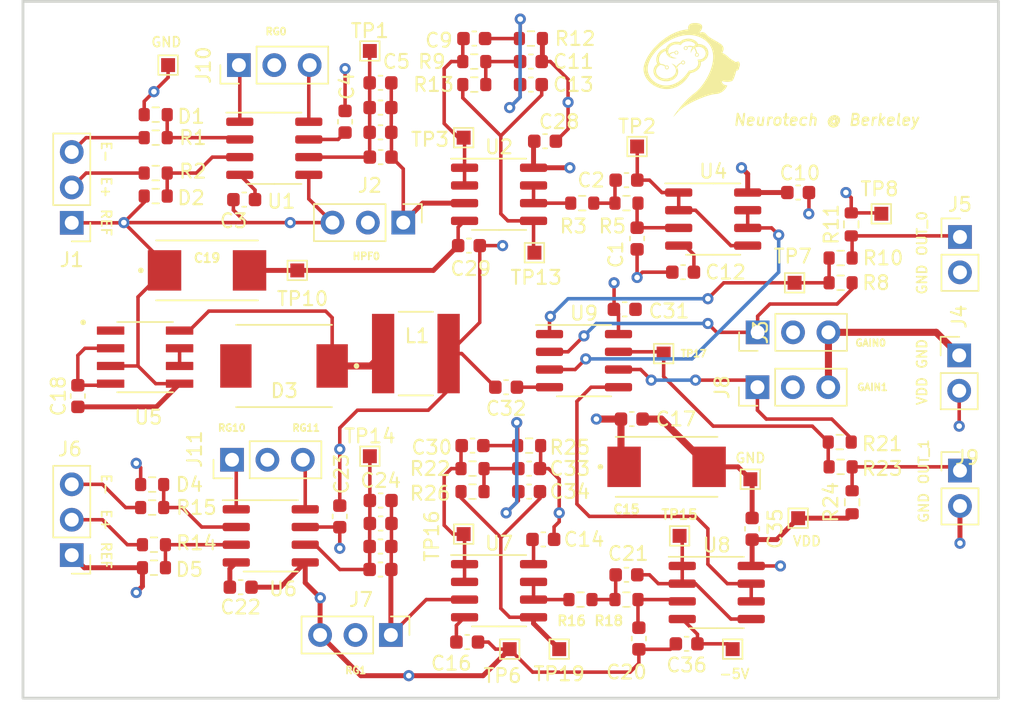
<source format=kicad_pcb>
(kicad_pcb (version 20211014) (generator pcbnew)
  (layers (0 "F.Cu" signal) (1 "In1.Cu" signal "GND") (2 "In2.Cu" signal "VDD") (31 "B.Cu" signal) (34 "B.Paste" user) (35 "F.Paste" user) (36 "B.SilkS" user "B.Silkscreen") (37 "F.SilkS" user "F.Silkscreen") (38 "B.Mask" user) (39 "F.Mask" user) (44 "Edge.Cuts" user))
  (net 0 "")
  (net 1 "GND")
  (net 2 "/LPF_IN+_CH0")
  (net 3 "Net-(C2-Pad1)")
  (net 4 "/LPF_IN-_CH0")
  (net 5 "VDD_NEG_5V")
  (net 6 "VDD")
  (net 7 "/IA_OUT_CH0")
  (net 8 "/HPF_OUT_CH0")
  (net 9 "/NOTCH_IN_CH0")
  (net 10 "Net-(C13-Pad1)")
  (net 11 "Net-(C11-Pad2)")
  (net 12 "NOTCH_OUT_CH0")
  (net 13 "/FB{slash}REF")
  (net 14 "/LPF_IN+_CH1")
  (net 15 "Net-(C21-Pad1)")
  (net 16 "/LPF_IN-_CH1")
  (net 17 "/IA_OUT_CH1")
  (net 18 "/HPF_OUT_CH1")
  (net 19 "/NOTCH_IN_CH1")
  (net 20 "Net-(C30-Pad2)")
  (net 21 "Net-(C33-Pad2)")
  (net 22 "NOTCH_OUT_CH1")
  (net 23 "/IA_IN-_CH0")
  (net 24 "/IA_IN+_CH0")
  (net 25 "/IA_IN-_CH1")
  (net 26 "/IA_IN+_CH1")
  (net 27 "E1_CH0")
  (net 28 "E2_CH0")
  (net 30 "/AMP_IN-_CH0")
  (net 32 "/AOUT_CH0")
  (net 33 "E1_CH1")
  (net 34 "E2_CH1")
  (net 36 "/AMP_IN-_CH1")
  (net 38 "/AOUT_CH1")
  (net 39 "RG00")
  (net 41 "RG01")
  (net 42 "RG10")
  (net 44 "RG11")
  (net 45 "/LX")
  (net 46 "/BUFF0_OUT")
  (net 47 "/AMP_OUT_CH0")
  (net 48 "/BUFF1_OUT")
  (net 49 "/AMP_OUT_CH1")
  (net 50 "/AMP_IN+_CH0")
  (net 51 "/AMP_IN+_CH1")
  (footprint "Capacitor_SMD:C_0603_1608Metric" (layer "F.Cu") (at 15.875 14.224)
    (fp_text reference "C3")
    (fp_text value "0.1uF")
  )
  (footprint "Capacitor_SMD:C_0603_1608Metric" (layer "F.Cu") (at 52.324 37.846 -90)
    (fp_text reference "C35")
    (fp_text value "0.1uF")
  )
  (footprint "Capacitor_SMD:C_0603_1608Metric" (layer "F.Cu") (at 32.258 31.877)
    (fp_text reference "C30")
    (fp_text value "1uF")
  )
  (footprint "Resistor_SMD:R_0603_1608Metric" (layer "F.Cu") (at 40.005 42.926)
    (fp_text reference "R16")
    (fp_text value "320R")
  )
  (footprint "Connector_PinHeader_2.54mm:PinHeader_1x03_P2.54mm_Vertical" (layer "F.Cu") (at 26.401 45.466 -90)
    (fp_text reference "J7")
    (fp_text value "HPF1")
  )
  (footprint "Connector_PinHeader_2.54mm:PinHeader_1x02_P2.54mm_Vertical" (layer "F.Cu") (at 67.239 33.669)
    (fp_text reference "J9")
    (fp_text value "OUT1")
  )
  (footprint "Capacitor_SMD:C_0603_1608Metric" (layer "F.Cu") (at 34.671 27.686)
    (fp_text reference "C32")
    (fp_text value "0.1uF")
  )
  (footprint "LOGO" (layer "F.Cu") (at 48.006 4.953)
    (fp_text reference "G***" hide)
    (fp_text value "LOGO" hide)
  )
  (footprint "Resistor_SMD:R_0603_1608Metric" (layer "F.Cu") (at 43.307 14.478)
    (fp_text reference "R5")
    (fp_text value "320R")
  )
  (footprint "Capacitor_SMD:C_0603_1608Metric" (layer "F.Cu") (at 55.626 13.716 180)
    (fp_text reference "C10")
    (fp_text value "0.1uF")
  )
  (footprint "Capacitor_SMD:C_0603_1608Metric" (layer "F.Cu") (at 25.654 7.62)
    (fp_text reference "C6" hide)
    (fp_text value "10uF")
  )
  (footprint "Resistor_SMD:R_0603_1608Metric" (layer "F.Cu") (at 32.385 5.969)
    (fp_text reference "R13")
    (fp_text value "2k7")
  )
  (footprint "MAX764ESA_:SOIC127P600X175-8N" (layer "F.Cu") (at 8.763 25.527)
    (fp_text reference "U5")
    (fp_text value "MAX764ESA+")
  )
  (footprint "20TQC100MYF:CAP_20TQC100MYF" (layer "F.Cu") (at 46.1865 33.401)
    (fp_text reference "C15")
    (fp_text value "100uF")
  )
  (footprint "TestPoint:TestPoint_Pad_1.0x1.0mm" (layer "F.Cu") (at 34.925 46.482)
    (fp_text reference "TP6")
    (fp_text value "TestPoint")
  )
  (footprint "Resistor_SMD:R_0603_1608Metric" (layer "F.Cu") (at 9.525 12.319)
    (fp_text reference "R2")
    (fp_text value "220k")
  )
  (footprint "TestPoint:TestPoint_Pad_1.0x1.0mm" (layer "F.Cu") (at 10.414 4.572)
    (fp_text reference "TP4" hide)
    (fp_text value "TestPoint")
  )
  (footprint "Capacitor_SMD:C_0603_1608Metric" (layer "F.Cu") (at 47.371 19.431)
    (fp_text reference "C12")
    (fp_text value "0.1uF")
  )
  (footprint "20TQC100MYF:CAP_20TQC100MYF" (layer "F.Cu") (at 13.208 19.304)
    (fp_text reference "C19")
    (fp_text value "68uF")
  )
  (footprint "Resistor_SMD:R_0603_1608Metric" (layer "F.Cu") (at 9.525 9.779)
    (fp_text reference "R1")
    (fp_text value "220k")
  )
  (footprint "TestPoint:TestPoint_Pad_1.0x1.0mm" (layer "F.Cu") (at 50.927 46.482)
    (fp_text reference "TP11" hide)
    (fp_text value "TestPoint")
  )
  (footprint "Capacitor_SMD:C_0603_1608Metric" (layer "F.Cu") (at 36.322 35.179)
    (fp_text reference "C34")
    (fp_text value "1uF")
  )
  (footprint "Capacitor_SMD:C_0603_1608Metric" (layer "F.Cu") (at 25.654 5.842)
    (fp_text reference "C5")
    (fp_text value "10uF")
  )
  (footprint "Capacitor_SMD:C_0603_1608Metric" (layer "F.Cu") (at 3.937 28.321 -90)
    (fp_text reference "C18")
    (fp_text value "0.1uF")
  )
  (footprint "Resistor_SMD:R_0603_1608Metric" (layer "F.Cu") (at 36.322 31.877)
    (fp_text reference "R25")
    (fp_text value "1k3")
  )
  (footprint "Resistor_SMD:R_0603_1608Metric" (layer "F.Cu") (at 9.398 40.64)
    (fp_text reference "D5")
    (fp_text value "D5V0")
  )
  (footprint "Resistor_SMD:R_0603_1608Metric" (layer "F.Cu") (at 58.674 18.415 180)
    (fp_text reference "R10")
    (fp_text value "1k")
  )
  (footprint "MountingHole:MountingHole_2.2mm_M2" (layer "F.Cu") (at 3.5 46.5)
    (fp_text reference "H2" hide)
    (fp_text value "MountingHole")
  )
  (footprint "Connector_PinHeader_2.54mm:PinHeader_1x03_P2.54mm_Vertical" (layer "F.Cu") (at 52.72 23.749 90)
    (fp_text reference "J3")
    (fp_text value "G0")
  )
  (footprint "TestPoint:TestPoint_Pad_1.0x1.0mm" (layer "F.Cu") (at 31.623 38.227)
    (fp_text reference "TP16")
    (fp_text value "TestPoint")
  )
  (footprint "Resistor_SMD:R_0603_1608Metric" (layer "F.Cu") (at 9.271 34.671)
    (fp_text reference "D4")
    (fp_text value "D5V0")
  )
  (footprint "Connector_PinHeader_2.54mm:PinHeader_1x03_P2.54mm_Vertical" (layer "F.Cu") (at 15.494 4.572 90)
    (fp_text reference "J10")
    (fp_text value "RG0")
  )
  (footprint "TestPoint:TestPoint_Pad_1.0x1.0mm" (layer "F.Cu") (at 36.703 18.034)
    (fp_text reference "TP13")
    (fp_text value "TestPoint")
  )
  (footprint "Capacitor_SMD:C_0603_1608Metric" (layer "F.Cu") (at 25.654 9.398)
    (fp_text reference "C7" hide)
    (fp_text value "10uF")
  )
  (footprint "Package_SO:SOIC-8_3.9x4.9mm_P1.27mm" (layer "F.Cu") (at 40.259 25.781)
    (fp_text reference "U9")
    (fp_text value "LMC6482")
  )
  (footprint "TestPoint:TestPoint_Pad_1.0x1.0mm" (layer "F.Cu") (at 47.117 38.354)
    (fp_text reference "TP15")
    (fp_text value "TestPoint")
  )
  (footprint "TestPoint:TestPoint_Pad_1.0x1.0mm" (layer "F.Cu") (at 55.626 37.084)
    (fp_text reference "TP9" hide)
    (fp_text value "TestPoint")
  )
  (footprint "Capacitor_SMD:C_0603_1608Metric" (layer "F.Cu") (at 36.449 5.969)
    (fp_text reference "C13")
    (fp_text value "1uF")
  )
  (footprint "Capacitor_SMD:C_0603_1608Metric" (layer "F.Cu") (at 23.114 8.636 -90)
    (fp_text reference "C4")
    (fp_text value "0.1uF")
  )
  (footprint "Capacitor_SMD:C_0603_1608Metric" (layer "F.Cu") (at 22.733 36.957 -90)
    (fp_text reference "C23")
    (fp_text value "0.1uF")
  )
  (footprint "TestPoint:TestPoint_Pad_1.0x1.0mm" (layer "F.Cu") (at 52.197 34.29)
    (fp_text reference "TP5" hide)
    (fp_text value "TestPoint")
  )
  (footprint "Resistor_SMD:R_0603_1608Metric" (layer "F.Cu") (at 32.385 4.318 180)
    (fp_text reference "R9")
    (fp_text value "2k7")
  )
  (footprint "Package_SO:SOIC-8_3.9x4.9mm_P1.27mm" (layer "F.Cu") (at 49.53 15.621)
    (fp_text reference "U4")
    (fp_text value "LMC6482")
  )
  (footprint "NRS6028T470M:IND_NRS6028T470M" (layer "F.Cu") (at 28.194 25.273)
    (fp_text reference "L1")
    (fp_text value "47uH")
  )
  (footprint "Capacitor_SMD:C_0603_1608Metric" (layer "F.Cu") (at 25.667 35.814)
    (fp_text reference "C24")
    (fp_text value "10uF")
  )
  (footprint "Capacitor_SMD:C_0603_1608Metric" (layer "F.Cu") (at 25.667 11.176)
    (fp_text reference "C8" hide)
    (fp_text value "10uF")
  )
  (footprint "Capacitor_SMD:C_0603_1608Metric" (layer "F.Cu") (at 44.069 17.018 90)
    (fp_text reference "C1")
    (fp_text value "10uF")
  )
  (footprint "Resistor_SMD:R_0603_1608Metric" (layer "F.Cu") (at 40.132 14.478)
    (fp_text reference "R3")
    (fp_text value "320R")
  )
  (footprint "Capacitor_SMD:C_0603_1608Metric" (layer "F.Cu") (at 15.621 42.037 180)
    (fp_text reference "C22")
    (fp_text value "0.1uF")
  )
  (footprint "Capacitor_SMD:C_0603_1608Metric" (layer "F.Cu") (at 32.385 2.667)
    (fp_text reference "C9")
    (fp_text value "1uF")
  )
  (footprint "Capacitor_SMD:C_0603_1608Metric" (layer "F.Cu") (at 36.322 33.528 180)
    (fp_text reference "C33")
    (fp_text value "2uF")
  )
  (footprint "Resistor_SMD:R_0603_1608Metric" (layer "F.Cu") (at 9.398 38.989)
    (fp_text reference "R14")
    (fp_text value "220k")
  )
  (footprint "TestPoint:TestPoint_Pad_1.0x1.0mm" (layer "F.Cu") (at 44.069 10.414)
    (fp_text reference "TP2")
    (fp_text value "TestPoint")
  )
  (footprint "Package_SO:SOIC-8_3.9x4.9mm_P1.27mm" (layer "F.Cu") (at 17.78 38.354)
    (fp_text reference "U6")
    (fp_text value "AD620")
  )
  (footprint "Resistor_SMD:R_0603_1608Metric" (layer "F.Cu") (at 9.525 13.97)
    (fp_text reference "D2")
    (fp_text value "D5V0")
  )
  (footprint "Resistor_SMD:R_0603_1608Metric" (layer "F.Cu") (at 59.499 35.941 -90)
    (fp_text reference "R24")
    (fp_text value "1k")
  )
  (footprint "Package_SO:SOIC-8_3.9x4.9mm_P1.27mm" (layer "F.Cu") (at 34.163 42.291)
    (fp_text reference "U7")
    (fp_text value "LMC6482")
  )
  (footprint "Package_SO:SOIC-8_3.9x4.9mm_P1.27mm" (layer "F.Cu") (at 49.784 42.418)
    (fp_text reference "U8")
    (fp_text value "LMC6482")
  )
  (footprint "MountingHole:MountingHole_2.2mm_M2" (layer "F.Cu") (at 3.5 3.5)
    (fp_text reference "H1" hide)
    (fp_text value "MountingHole")
  )
  (footprint "Connector_PinHeader_2.54mm:PinHeader_1x03_P2.54mm_Vertical" (layer "F.Cu") (at 3.5 39.736 180)
    (fp_text reference "J6")
    (fp_text value "INPUT1")
  )
  (footprint "Connector_PinHeader_2.54mm:PinHeader_1x03_P2.54mm_Vertical" (layer "F.Cu") (at 15.001 32.893 90)
    (fp_text reference "J11")
    (fp_text value "RG1")
  )
  (footprint "Capacitor_SMD:C_0603_1608Metric" (layer "F.Cu") (at 36.449 4.318 180)
    (fp_text reference "C11")
    (fp_text value "2uF")
  )
  (footprint "Connector_PinHeader_2.54mm:PinHeader_1x03_P2.54mm_Vertical" (layer "F.Cu") (at 27.29 15.875 -90)
    (fp_text reference "J2")
    (fp_text value "HPF0")
  )
  (footprint "Capacitor_SMD:C_0603_1608Metric" (layer "F.Cu") (at 43.688 29.972)
    (fp_text reference "C17")
    (fp_text value "0.1uF")
  )
  (footprint "Capacitor_SMD:C_0603_1608Metric" (layer "F.Cu") (at 31.877 45.974 180)
    (fp_text reference "C16")
    (fp_text value "0.1uF")
  )
  (footprint "Package_SO:SOIC-8_3.9x4.9mm_P1.27mm" (layer "F.Cu") (at 34.163 13.843)
    (fp_text reference "U2")
    (fp_text value "LMC6482")
  )
  (footprint "TestPoint:TestPoint_Pad_1.0x1.0mm" (layer "F.Cu") (at 38.481 46.482)
    (fp_text reference "TP19")
    (fp_text value "TestPoint")
  )
  (footprint "Resistor_SMD:R_0603_1608Metric" (layer "F.Cu") (at 32.258 33.528 180)
    (fp_text reference "R22")
    (fp_text value "2k7")
  )
  (footprint "MBRS330T3G:DIOM7959X261N" (layer "F.Cu") (at 18.733 26.162 180)
    (fp_text reference "D3")
    (fp_text value "MBRS330T3G")
  )
  (footprint "Connector_PinHeader_2.54mm:PinHeader_1x03_P2.54mm_Vertical" (layer "F.Cu") (at 52.705 27.686 90)
    (fp_text reference "J8")
    (fp_text value "G1")
  )
  (footprint "TestPoint:TestPoint_Pad_1.0x1.0mm" (layer "F.Cu") (at 31.623 9.779)
    (fp_text reference "TP3")
    (fp_text value "TestPoint")
  )
  (footprint "TestPoint:TestPoint_Pad_1.0x1.0mm" (layer "F.Cu") (at 55.372 20.193)
    (fp_text reference "TP7")
    (fp_text value "TestPoint")
  )
  (footprint "Resistor_SMD:R_0603_1608Metric" (layer "F.Cu") (at 43.307 42.926)
    (fp_text reference "R18")
    (fp_text value "320R")
  )
  (footprint "TestPoint:TestPoint_Pad_1.0x1.0mm" (layer "F.Cu") (at 61.595 15.24)
    (fp_text reference "TP8")
    (fp_text value "TestPoint")
  )
  (footprint "TestPoint:TestPoint_Pad_1.0x1.0mm" (layer "F.Cu") (at 19.685 19.304)
    (fp_text reference "TP10")
    (fp_text value "TestPoint")
  )
  (footprint "Resistor_SMD:R_0603_1608Metric" (layer "F.Cu") (at 32.258 35.179)
    (fp_text reference "R26")
    (fp_text value "2k7")
  )
  (footprint "TestPoint:TestPoint_Pad_1.0x1.0mm" (layer "F.Cu") (at 24.892 3.556)
    (fp_text reference "TP1")
    (fp_text value "TestPoint")
  )
  (footprint "Resistor_SMD:R_0603_1608Metric" (layer "F.Cu") (at 58.61 31.623)
    (fp_text reference "R21")
    (fp_text value "100k")
  )
  (footprint "Resistor_SMD:R_0603_1608Metric" (layer "F.Cu") (at 58.674 33.401 180)
    (fp_text reference "R23")
    (fp_text value "1k")
  )
  (footprint "Capacitor_SMD:C_0603_1608Metric" (layer "F.Cu") (at 25.654 39.116)
    (fp_text reference "C26" hide)
    (fp_text value "10uF")
  )
  (footprint "Capacitor_SMD:C_0603_1608Metric" (layer "F.Cu") (at 43.307 41.148)
    (fp_text reference "C21")
    (fp_text value "10uF")
  )
  (footprint "Capacitor_SMD:C_0603_1608Metric" (layer "F.Cu") (at 25.654 40.767)
    (fp_text reference "C27" hide)
    (fp_text value "10uF")
  )
  (footprint "Capacitor_SMD:C_0603_1608Metric" (layer "F.Cu") (at 43.307 12.827)
    (fp_text reference "C2")
    (fp_text value "10uF")
  )
  (footprint "Connector_PinHeader_2.54mm:PinHeader_1x02_P2.54mm_Vertical" (layer "F.Cu") (at 67.183 25.4)
    (fp_text reference "J4")
    (fp_text value "Conn_01x02")
  )
  (footprint "Capacitor_SMD:C_0603_1608Metric" (layer "F.Cu") (at 43.18 22.098 180)
    (fp_text reference "C31")
    (fp_text value "0.1uF")
  )
  (footprint "TestPoint:TestPoint_Pad_1.0x1.0mm" (layer "F.Cu") (at 45.974 25.273)
    (fp_text reference "TP17")
    (fp_text value "TestPoint")
  )
  (footprint "Capacitor_SMD:C_0603_1608Metric" (layer "F.Cu") (at 37.465 10.033 180)
    (fp_text reference "C28")
    (fp_text value "0.1uF")
  )
  (footprint "Capacitor_SMD:C_0603_1608Metric" (layer "F.Cu") (at 37.338 38.608 180)
    (fp_text reference "C14")
    (fp_text value "0.1uF")
  )
  (footprint "Connector_PinHeader_2.54mm:PinHeader_1x03_P2.54mm_Vertical" (layer "F.Cu") (at 3.5 15.89 180)
    (fp_text reference "J1")
    (fp_text value "INPUT0")
  )
  (footprint "Capacitor_SMD:C_0603_1608Metric" (layer "F.Cu") (at 25.667 37.465)
    (fp_text reference "C25" hide)
    (fp_text value "10uF")
  )
  (footprint "MountingHole:MountingHole_2.2mm_M2" (layer "F.Cu") (at 66.5 3.5)
    (fp_text reference "H4" hide)
    (fp_text value "MountingHole")
  )
  (footprint "Connector_PinHeader_2.54mm:PinHeader_1x02_P2.54mm_Vertical" (layer "F.Cu") (at 67.239 16.905)
    (fp_text reference "J5")
    (fp_text value "OUT0")
  )
  (footprint "Resistor_SMD:R_0603_1608Metric" (layer "F.Cu") (at 36.449 2.667)
    (fp_text reference "R12")
    (fp_text value "1k3")
  )
  (footprint "Resistor_SMD:R_0603_1608Metric" (layer "F.Cu") (at 9.271 36.322)
    (fp_text reference "R15")
    (fp_text value "220k")
  )
  (footprint "Capacitor_SMD:C_0603_1608Metric" (layer "F.Cu") (at 47.625 46.101)
    (fp_text reference "C36")
    (fp_text value "0.1uF")
  )
  (footprint "Resistor_SMD:R_0603_1608Metric" (layer "F.Cu") (at 58.674 20.193)
    (fp_text reference "R8")
    (fp_text value "100k")
  )
  (footprint "Resistor_SMD:R_0603_1608Metric" (layer "F.Cu") (at 59.436 16.002 90)
    (fp_text reference "R11")
    (fp_text value "1k")
  )
  (footprint "TestPoint:TestPoint_Pad_1.0x1.0mm" (layer "F.Cu") (at 24.892 32.639)
    (fp_text reference "TP14")
    (fp_text value "TestPoint")
  )
  (footprint "Resistor_SMD:R_0603_1608Metric" (layer "F.Cu") (at 9.525 8.128)
    (fp_text reference "D1")
    (fp_text value "D5V0")
  )
  (footprint "Capacitor_SMD:C_0603_1608Metric" (layer "F.Cu") (at 32.004 17.526 180)
    (fp_text reference "C29")
    (fp_text value "0.1uF")
  )
  (footprint "Capacitor_SMD:C_0603_1608Metric" (layer "F.Cu") (at 44.196 45.72 90)
    (fp_text reference "C20")
    (fp_text value "10uF")
  )
  (footprint "Package_SO:SOIC-8_3.9x4.9mm_P1.27mm" (layer "F.Cu") (at 18.034 10.541)
    (fp_text reference "U1")
    (fp_text value "AD620")
  )
  (footprint "MountingHole:MountingHole_2.2mm_M2" (layer "F.Cu") (at 66.5 46.5)
    (fp_text reference "H3" hide)
    (fp_text value "MountingHole")
  )
  (gr_rect (start 0 0) (end 70 50) (layer "Edge.Cuts") (width 0.2) (fill none))
  (gr_text "GND" (at 64.516 19.958 90) (layer "F.SilkS") (effects (font (size 0.7 0.7) (thickness 0.125))))
  (gr_text "OUT_1" (at 64.643 33.039 90) (layer "F.SilkS") (effects (font (size 0.7 0.7) (thickness 0.125))))
  (gr_text "E-" (at 5.969 34.671 270) (layer "F.SilkS") (effects (font (size 0.7 0.7) (thickness 0.125))))
  (gr_text "REF" (at 5.969 39.751 270) (layer "F.SilkS") (effects (font (size 0.7 0.7) (thickness 0.125))))
  (gr_text "RG10" (at 14.986 30.607) (layer "F.SilkS") (effects (font (size 0.5 0.5) (thickness 0.125))))
  (gr_text "OUT_0" (at 64.516 16.656 90) (layer "F.SilkS") (effects (font (size 0.7 0.7) (thickness 0.125))))
  (gr_text "GND" (at 52.197 32.766) (layer "F.SilkS") (effects (font (size 0.7 0.7) (thickness 0.125))))
  (gr_text "VDD" (at 64.516 27.959 90) (layer "F.SilkS") (effects (font (size 0.7 0.7) (thickness 0.125))))
  (gr_text "Neurotech @ Berkeley" (at 57.658 8.509) (layer "F.SilkS") (effects (font (size 0.8 0.8) (thickness 0.15) italic)))
  (gr_text "GND" (at 10.287 2.921) (layer "F.SilkS") (effects (font (size 0.7 0.7) (thickness 0.125))))
  (gr_text "HPF0" (at 24.638 18.288) (layer "F.SilkS") (effects (font (size 0.5 0.5) (thickness 0.125))))
  (gr_text "E+" (at 5.969 13.335 270) (layer "F.SilkS") (effects (font (size 0.7 0.7) (thickness 0.125))))
  (gr_text "RG1" (at 23.876 48.006) (layer "F.SilkS") (effects (font (size 0.5 0.5) (thickness 0.125))))
  (gr_text "RG0" (at 18.161 2.159) (layer "F.SilkS") (effects (font (size 0.5 0.5) (thickness 0.125))))
  (gr_text "REF" (at 5.969 15.875 270) (layer "F.SilkS") (effects (font (size 0.7 0.7) (thickness 0.125))))
  (gr_text "RG11" (at 20.32 30.607) (layer "F.SilkS") (effects (font (size 0.5 0.5) (thickness 0.125))))
  (gr_text "E-" (at 5.969 10.795 270) (layer "F.SilkS") (effects (font (size 0.7 0.7) (thickness 0.125))))
  (gr_text "E+" (at 5.969 37.211 270) (layer "F.SilkS") (effects (font (size 0.7 0.7) (thickness 0.125))))
  (gr_text "VDD" (at 56.261 38.735) (layer "F.SilkS") (effects (font (size 0.7 0.7) (thickness 0.125))))
  (gr_text "GND" (at 64.516 25.292 90) (layer "F.SilkS") (effects (font (size 0.7 0.7) (thickness 0.125))))
  (gr_text "GAIN0" (at 60.833 24.511) (layer "F.SilkS") (effects (font (size 0.5 0.5) (thickness 0.125))))
  (gr_text "GND" (at 64.643 36.341 90) (layer "F.SilkS") (effects (font (size 0.7 0.7) (thickness 0.125))))
  (gr_text "GAIN1\n" (at 60.96 27.686) (layer "F.SilkS") (effects (font (size 0.5 0.5) (thickness 0.125))))
  (gr_text "-5V" (at 51.054 48.26) (layer "F.SilkS") (effects (font (size 0.7 0.7) (thickness 0.125))))
  (segment (start 3.5 39.736) (end 4.404 40.64) (width 0.3556) (layer "F.Cu") (net 1))
  (segment (start 44.463 29.972) (end 45.8075 29.972) (width 0.508) (layer "F.Cu") (net 1))
  (segment (start 7.239 15.875) (end 16.002 15.875) (width 0.254) (layer "F.Cu") (net 1))
  (segment (start 20.509 14.174) (end 22.21 15.875) (width 0.254) (layer "F.Cu") (net 1))
  (segment (start 29.083 29.337) (end 24.003 29.337) (width 0.254) (layer "F.Cu") (net 1))
  (segment (start 38.481 37.338) (end 38.113 37.706) (width 0.254) (layer "F.Cu") (net 1))
  (segment (start 8.7 14.414) (end 7.239 15.875) (width 0.254) (layer "F.Cu") (net 1))
  (segment (start 57.8 27.671) (end 57.785 27.686) (width 0.508) (layer "F.Cu") (net 1))
  (segment (start 38.113 37.706) (end 38.113 38.608) (width 0.254) (layer "F.Cu") (net 1))
  (segment (start 8.573 41.973) (end 8.128 42.418) (width 0.3556) (layer "F.Cu") (net 1))
  (segment (start 16.002 15.875) (end 15.1 14.973) (width 0.254) (layer "F.Cu") (net 1))
  (segment (start 46.456 46.495) (end 46.85 46.101) (width 0.254) (layer "F.Cu") (net 1))
  (segment (start 37.147 31.877) (end 37.147 33.478) (width 0.254) (layer "F.Cu") (net 1))
  (segment (start 10.414 4.572) (end 10.414 5.461) (width 0.254) (layer "F.Cu") (net 1))
  (segment (start 9.398 6.477) (end 8.7 7.175) (width 0.254) (layer "F.Cu") (net 1))
  (segment (start 8.7 13.97) (end 8.7 14.414) (width 0.254) (layer "F.Cu") (net 1))
  (segment (start 8.255 26.162) (end 9.525 27.432) (width 0.25) (layer "F.Cu") (net 1))
  (segment (start 20.509 12.446) (end 20.509 14.174) (width 0.254) (layer "F.Cu") (net 1))
  (segment (start 57.8 23.749) (end 57.8 27.671) (width 0.508) (layer "F.Cu") (net 1))
  (segment (start 32.779 23.038) (end 30.544 25.273) (width 0.25) (layer "F.Cu") (net 1))
  (segment (start 44.196 47.498) (end 44.196 46.495) (width 0.254) (layer "F.Cu") (net 1))
  (segment (start 22.733 30.607) (end 22.733 32.131) (width 0.254) (layer "F.Cu") (net 1))
  (segment (start 57.8 23.749) (end 65.532 23.749) (width 0.508) (layer "F.Cu") (net 1))
  (segment (start 37.719 33.528) (end 37.097 33.528) (width 0.254) (layer "F.Cu") (net 1))
  (segment (start 67.239 36.209) (end 67.239 38.881) (width 0.3556) (layer "F.Cu") (net 1))
  (segment (start 39.116 9.157) (end 39.116 7.239) (width 0.254) (layer "F.Cu") (net 1))
  (segment (start 27.686 48.387) (end 33.02 48.387) (width 0.3556) (layer "F.Cu") (net 1))
  (segment (start 37.224 4.318) (end 37.846 4.318) (width 0.254) (layer "F.Cu") (net 1))
  (segment (start 43.561 48.133) (end 44.196 47.498) (width 0.254) (layer "F.Cu") (net 1))
  (segment (start 8.255 21.207) (end 8.255 26.162) (width 0.254) (layer "F.Cu") (net 1))
  (segment (start 36.576 48.133) (end 43.561 48.133) (width 0.254) (layer "F.Cu") (net 1))
  (segment (start 37.274 2.667) (end 37.274 4.268) (width 0.3556) (layer "F.Cu") (net 1))
  (segment (start 8.573 40.64) (end 8.573 41.973) (width 0.3556) (layer "F.Cu") (net 1))
  (segment (start 20.255 40.259) (end 20.255 41.718) (width 0.3556) (layer "F.Cu") (net 1))
  (segment (start 30.544 27.876) (end 29.083 29.337) (width 0.254) (layer "F.Cu") (net 1))
  (segment (start 24.242 48.387) (end 27.686 48.387) (width 0.3556) (layer "F.Cu") (net 1))
  (segment (start 46.596 19.431) (end 44.45 19.431) (width 0.254) (layer "F.Cu") (net 1))
  (segment (start 44.069 17.793) (end 44.069 19.812) (width 0.254) (layer "F.Cu") (net 1))
  (segment (start 44.069 19.939) (end 44.069 19.812) (width 0.254) (layer "F.Cu") (net 1))
  (segment (start 10.158 19.304) (end 8.255 21.207) (width 0.254) (layer "F.Cu") (net 1))
  (segment (start 39.116 5.588) (end 39.116 7.239) (width 0.254) (layer "F.Cu") (net 1))
  (segment (start 49.2365 33.401) (end 51.308 33.401) (width 0.3556) (layer "F.Cu") (net 1))
  (segment (start 44.196 46.495) (end 46.456 46.495) (width 0.254) (layer "F.Cu") (net 1))
  (segment (start 8.128 33.147) (end 8.446 33.465) (width 0.254) (layer "F.Cu") (net 1))
  (segment (start 38.481 36.703) (end 38.481 37.338) (width 0.254) (layer "F.Cu") (net 1))
  (segment (start 21.321 45.466) (end 24.242 48.387) (width 0.3556) (layer "F.Cu") (net 1))
  (segment (start 32.779 17.526) (end 34.417 17.526) (width 0.25) (layer "F.Cu") (net 1))
  (segment (start 24.003 29.337) (end 22.733 30.607) (width 0.254) (layer "F.Cu") (net 1))
  (segment (start 52.197 34.29) (end 52.324 34.417) (width 0.3556) (layer "F.Cu") (net 1))
  (segment (start 30.544 25.273) (end 31.483 25.273) (width 0.254) (layer "F.Cu") (net 1))
  (segment (start 32.652 45.974) (end 33.401 45.974) (width 0.254) (layer "F.Cu") (net 1))
  (segment (start 16.396 42.037) (end 18.477 42.037) (width 0.3556) (layer "F.Cu") (net 1))
  (segment (start 4.404 40.64) (end 8.573 40.64) (width 0.3556) (layer "F.Cu") (net 1))
  (segment (start 20.255 41.718) (end 21.336 42.799) (width 0.3556) (layer "F.Cu") (net 1))
  (segment (start 9.525 27.432) (end 11.238 27.432) (width 0.25) (layer "F.Cu") (net 1))
  (segment (start 45.8075 29.972) (end 49.2365 33.401) (width 0.508) (layer "F.Cu") (net 1))
  (segment (start 6.288 26.162) (end 8.255 26.162) (width 0.25) (layer "F.Cu") (net 1))
  (segment (start 33.909 46.482) (end 34.925 46.482) (width 0.254) (layer "F.Cu") (net 1))
  (segment (start 10.158 18.794) (end 7.239 15.875) (width 0.254) (layer "F.Cu") (net 1))
  (segment (start 44.45 19.431) (end 44.069 19.812) (width 0.254) (layer "F.Cu") (net 1))
  (segment (start 38.24 10.033) (end 39.116 9.157) (width 0.254) (layer "F.Cu") (net 1))
  (segment (start 6.985 15.875) (end 7.239 15.875) (width 0.254) (layer "F.Cu") (net 1))
  (segment (start 18.477 42.037) (end 20.255 40.259) (width 0.3556) (layer "F.Cu") (net 1))
  (segment (start 10.414 5.461) (end 9.398 6.477) (width 0.254) (layer "F.Cu") (net 1))
  (segment (start 31.483 25.273) (end 33.896 27.686) (width 0.254) (layer "F.Cu") (net 1))
  (segment (start 51.308 33.401) (end 52.197 34.29) (width 0.3556) (layer "F.Cu") (net 1))
  (segment (start 9.574 29.096) (end 11.238 27.432) (width 0.3556) (layer "F.Cu") (net 1))
  (segment (start 65.532 23.749) (end 67.183 25.4) (width 0.508) (layer "F.Cu") (net 1))
  (segment (start 15.1 14.973) (end 15.1 14.224) (width 0.254) (layer "F.Cu") (net 1))
  (segment (start 30.544 25.273) (end 30.544 27.876) (width 0.254) (layer "F.Cu") (net 1))
  (segment (start 56.401 13.716) (end 56.401 15.227) (width 0.254) (layer "F.Cu") (net 1))
  (segment (start 11.238 27.432) (end 11.176 27.494) (width 0.25) (layer "F.Cu") (net 1))
  (segment (start 6.97 15.89) (end 6.985 15.875) (width 0.254) (layer "F.Cu") (net 1))
  (segment (start 56.401 15.227) (end 56.388 15.24) (width 0.254) (layer "F.Cu") (net 1))
  (segment (start 10.158 19.304) (end 10.158 18.794) (width 0.254) (layer "F.Cu") (net 1))
  (segment (start 8.446 33.465) (end 8.446 34.671) (width 0.254) (layer "F.Cu") (net 1))
  (segment (start 22.21 15.875) (end 19.177 15.875) (width 0.254) (layer "F.Cu") (net 1))
  (segment (start 38.481 36.703) (end 38.481 34.29) (width 0.254) (layer "F.Cu") (net 1))
  (segment (start 32.779 17.526) (end 32.779 23.038) (width 0.25) (layer "F.Cu") (net 1))
  (segment (start 8.7 7.175) (end 8.7 8.128) (width 0.254) (layer "F.Cu") (net 1))
  (segment (start 22.733 36.182) (end 22.733 32.131) (width 0.254) (layer "F.Cu") (net 1))
  (segment (start 21.321 45.466) (end 21.321 43.068) (width 0.3556) (layer "F.Cu") (net 1))
  (segment (start 3.5 15.89) (end 6.97 15.89) (width 0.254) (layer "F.Cu") (net 1))
  (segment (start 33.401 45.974) (end 33.909 46.482) (width 0.254) (layer "F.Cu") (net 1))
  (segment (start 21.336 43.053) (end 21.336 42.799) (width 0.3556) (layer "F.Cu") (net 1))
  (segment (start 3.937 29.096) (end 9.574 29.096) (width 0.3556) (layer "F.Cu") (net 1))
  (segment (start 33.02 48.387) (end 34.925 46.482) (width 0.3556) (layer "F.Cu") (net 1))
  (segment (start 34.925 46.482) (end 36.576 48.133) (width 0.254) (layer "F.Cu") (net 1))
  (segment (start 21.321 43.068) (end 21.336 43.053) (width 0.3556) (layer "F.Cu") (net 1))
  (segment (start 23.114 7.861) (end 23.114 4.826) (width 0.254) (layer "F.Cu") (net 1))
  (segment (start 19.177 15.875) (end 16.002 15.875) (width 0.254) (layer "F.Cu") (net 1))
  (segment (start 52.324 34.417) (end 52.324 37.071) (width 0.3556) (layer "F.Cu") (net 1))
  (segment (start 38.481 34.29) (end 37.719 33.528) (width 0.254) (layer "F.Cu") (net 1))
  (segment (start 37.846 4.318) (end 39.116 5.588) (width 0.254) (layer "F.Cu") (net 1))
  (via blind (at 67.239 38.881) (size 0.8) (drill 0.4) (layers "F.Cu" "B.Cu") (net 1))
  (via blind (at 23.114 4.826) (size 0.8) (drill 0.4) (layers "F.Cu" "B.Cu") (net 1))
  (via blind (at 38.481 36.703) (size 0.8) (drill 0.4) (layers "F.Cu" "B.Cu") (net 1))
  (via blind (at 39.116 7.239) (size 0.8) (drill 0.4) (layers "F.Cu" "B.Cu") (net 1))
  (via blind (at 8.128 42.418) (size 0.8) (drill 0.4) (layers "F.Cu" "B.Cu") (net 1))
  (via blind (at 56.388 15.24) (size 0.8) (drill 0.4) (layers "F.Cu" "B.Cu") (net 1))
  (via blind (at 22.733 32.131) (size 0.8) (drill 0.4) (layers "F.Cu" "B.Cu") (net 1))
  (via blind (at 7.239 15.875) (size 0.8) (drill 0.4) (layers "F.Cu" "B.Cu") (net 1))
  (via blind (at 8.128 33.147) (size 0.8) (drill 0.4) (layers "F.Cu" "B.Cu") (net 1))
  (via blind (at 44.069 19.812) (size 0.8) (drill 0.4) (layers "F.Cu" "B.Cu") (net 1))
  (via blind (at 21.336 42.799) (size 0.8) (drill 0.4) (layers "F.Cu" "B.Cu") (net 1))
  (via blind (at 27.686 48.387) (size 0.8) (drill 0.4) (layers "F.Cu" "B.Cu") (net 1))
  (via blind (at 9.398 6.477) (size 0.8) (drill 0.4) (layers "F.Cu" "B.Cu") (net 1))
  (via blind (at 19.177 15.875) (size 0.8) (drill 0.4) (layers "F.Cu" "B.Cu") (net 1))
  (via blind (at 34.417 17.526) (size 0.8) (drill 0.4) (layers "F.Cu" "B.Cu") (net 1))
  (segment (start 44.069 16.243) (end 44.069 14.541) (width 0.254) (layer "F.Cu") (net 2))
  (segment (start 47.042 16.243) (end 47.055 16.256) (width 0.254) (layer "F.Cu") (net 2))
  (segment (start 44.069 16.243) (end 47.042 16.243) (width 0.254) (layer "F.Cu") (net 2))
  (segment (start 40.957 14.478) (end 42.482 14.478) (width 0.254) (layer "F.Cu") (net 3))
  (segment (start 42.482 14.478) (end 42.482 12.877) (width 0.254) (layer "F.Cu") (net 3))
  (segment (start 47.055 14.986) (end 47.055 13.716) (width 0.254) (layer "F.Cu") (net 4))
  (segment (start 48.26 14.986) (end 50.8 17.526) (width 0.254) (layer "F.Cu") (net 4))
  (segment (start 47.055 14.986) (end 48.26 14.986) (width 0.254) (layer "F.Cu") (net 4))
  (segment (start 47.055 13.716) (end 45.847 13.716) (width 0.254) (layer "F.Cu") (net 4))
  (segment (start 44.082 12.827) (end 44.082 10.808) (width 0.254) (layer "F.Cu") (net 4))
  (segment (start 44.082 10.808) (end 44.069 10.795) (width 0.254) (layer "F.Cu") (net 4))
  (segment (start 44.958 12.827) (end 44.082 12.827) (width 0.254) (layer "F.Cu") (net 4))
  (segment (start 45.847 13.716) (end 44.958 12.827) (width 0.254) (layer "F.Cu") (net 4))
  (segment (start 50.8 17.526) (end 52.005 17.526) (width 0.254) (layer "F.Cu") (net 4))
  (segment (start 19.685 19.304) (end 29.451 19.304) (width 0.3556) (layer "F.Cu") (net 5))
  (segment (start 48.146 18.174) (end 47.498 17.526) (width 0.254) (layer "F.Cu") (net 5))
  (segment (start 47.498 17.526) (end 47.055 17.526) (width 0.254) (layer "F.Cu") (net 5))
  (segment (start 48.4 46.101) (end 48.4 45.414) (width 0.254) (layer "F.Cu") (net 5))
  (segment (start 14.846 40.718) (end 15.305 40.259) (width 0.3556) (layer "F.Cu") (net 5))
  (segment (start 37.784 27.686) (end 35.446 27.686) (width 0.254) (layer "F.Cu") (net 5))
  (segment (start 31.102 44.782) (end 31.688 44.196) (width 0.254) (layer "F.Cu") (net 5))
  (segment (start 14.846 42.037) (end 14.846 40.718) (width 0.3556) (layer "F.Cu") (net 5))
  (segment (start 48.4 45.414) (end 47.309 44.323) (width 0.254) (layer "F.Cu") (net 5))
  (segment (start 48.4 46.101) (end 50.546 46.101) (width 0.254) (layer "F.Cu") (net 5))
  (segment (start 29.451 19.304) (end 31.229 17.526) (width 0.3556) (layer "F.Cu") (net 5))
  (segment (start 16.65 13.537) (end 15.559 12.446) (width 0.254) (layer "F.Cu") (net 5))
  (segment (start 31.229 17.526) (end 31.229 16.207) (width 0.254) (layer "F.Cu") (net 5))
  (segment (start 31.229 16.207) (end 31.688 15.748) (width 0.254) (layer "F.Cu") (net 5))
  (segment (start 50.546 46.101) (end 50.927 46.482) (width 0.254) (layer "F.Cu") (net 5))
  (segment (start 31.102 45.974) (end 31.102 44.782) (width 0.254) (layer "F.Cu") (net 5))
  (segment (start 48.146 19.431) (end 48.146 18.174) (width 0.254) (layer "F.Cu") (net 5))
  (segment (start 16.258 19.304) (end 19.685 19.304) (width 0.3556) (layer "F.Cu") (net 5))
  (segment (start 16.65 14.224) (end 16.65 13.537) (width 0.254) (layer "F.Cu") (net 5))
  (segment (start 59.436 15.177) (end 59.436 14.097) (width 0.254) (layer "F.Cu") (net 6))
  (segment (start 22.733 37.732) (end 22.733 39.243) (width 0.254) (layer "F.Cu") (net 6))
  (segment (start 59.181 37.084) (end 59.499 36.766) (width 0.3556) (layer "F.Cu") (net 6))
  (segment (start 67.183 27.94) (end 67.183 30.48) (width 0.254) (layer "F.Cu") (net 6))
  (segment (start 52.259 40.513) (end 54.356 40.513) (width 0.254) (layer "F.Cu") (net 6))
  (segment (start 36.638 40.386) (end 36.638 38.683) (width 0.254) (layer "F.Cu") (net 6))
  (segment (start 42.734 22.427) (end 42.405 22.098) (width 0.254) (layer "F.Cu") (net 6))
  (segment (start 42.418 20.193) (end 42.418 22.085) (width 0.254) (layer "F.Cu") (net 6))
  (segment (start 52.005 13.716) (end 54.851 13.716) (width 0.3556) (layer "F.Cu") (net 6))
  (segment (start 54.089 38.621) (end 55.626 37.084) (width 0.3556) (layer "F.Cu") (net 6))
  (segment (start 42.734 23.876) (end 42.734 22.427) (width 0.254) (layer "F.Cu") (net 6))
  (segment (start 42.913 29.972) (end 41.148 29.972) (width 0.508) (layer "F.Cu") (net 6))
  (segment (start 52.324 38.621) (end 54.089 38.621) (width 0.3556) (layer "F.Cu") (net 6))
  (segment (start 36.638 11.938) (end 39.243 11.938) (width 0.3556) (layer "F.Cu") (net 6))
  (segment (start 42.913 33.1775) (end 43.1365 33.401) (width 0.508) (layer "F.Cu") (net 6))
  (segment (start 42.418 22.085) (end 42.405 22.098) (width 0.254) (layer "F.Cu") (net 6))
  (segment (start 52.324 38.621) (end 52.324 40.448) (width 0.3556) (layer "F.Cu") (net 6))
  (segment (start 59.436 15.177) (end 61.532 15.177) (width 0.254) (layer "F.Cu") (net 6))
  (segment (start 22.619 9.906) (end 23.114 9.411) (width 0.254) (layer "F.Cu") (net 6))
  (segment (start 42.913 29.972) (end 42.913 33.1775) (width 0.508) (layer "F.Cu") (net 6))
  (segment (start 20.255 37.719) (end 22.72 37.719) (width 0.254) (layer "F.Cu") (net 6))
  (segment (start 59.436 14.097) (end 59.055 13.716) (width 0.254) (layer "F.Cu") (net 6))
  (segment (start 36.638 11.938) (end 36.638 10.212) (width 0.3556) (layer "F.Cu") (net 6))
  (segment (start 55.626 37.084) (end 59.181 37.084) (width 0.3556) (layer "F.Cu") (net 6))
  (segment (start 52.005 12.381) (end 51.562 11.938) (width 0.3556) (layer "F.Cu") (net 6))
  (segment (start 20.509 9.906) (end 22.619 9.906) (width 0.254) (layer "F.Cu") (net 6))
  (segment (start 52.005 13.716) (end 52.005 12.381) (width 0.3556) (layer "F.Cu") (net 6))
  (segment (start 11.238 26.162) (end 11.238 24.892) (width 0.254) (layer "F.Cu") (net 6))
  (via blind (at 42.418 20.193) (size 0.8) (drill 0.4) (layers "F.Cu" "B.Cu") (net 6))
  (via blind (at 59.055 13.716) (size 0.8) (drill 0.4) (layers "F.Cu" "B.Cu") (net 6))
  (via blind (at 51.562 11.938) (size 0.8) (drill 0.4) (layers "F.Cu" "B.Cu") (net 6))
  (via blind (at 54.356 40.513) (size 0.8) (drill 0.4) (layers "F.Cu" "B.Cu") (net 6))
  (via blind (at 41.148 29.972) (size 0.8) (drill 0.4) (layers "F.Cu" "B.Cu") (net 6))
  (via blind (at 22.733 39.243) (size 0.8) (drill 0.4) (layers "F.Cu" "B.Cu") (net 6))
  (via blind (at 39.243 11.938) (size 0.8) (drill 0.4) (layers "F.Cu" "B.Cu") (net 6))
  (via blind (at 67.183 30.48) (size 0.8) (drill 0.4) (layers "F.Cu" "B.Cu") (net 6))
  (segment (start 24.879 9.398) (end 24.879 11.163) (width 0.254) (layer "F.Cu") (net 7))
  (segment (start 20.509 11.176) (end 24.892 11.176) (width 0.254) (layer "F.Cu") (net 7))
  (segment (start 24.879 11.163) (end 24.892 11.176) (width 0.254) (layer "F.Cu") (net 7))
  (segment (start 24.879 7.62) (end 24.879 9.398) (width 0.254) (layer "F.Cu") (net 7))
  (segment (start 24.879 5.842) (end 24.879 7.62) (width 0.254) (layer "F.Cu") (net 7))
  (segment (start 24.879 3.569) (end 24.892 3.556) (width 0.254) (layer "F.Cu") (net 7))
  (segment (start 24.879 5.842) (end 24.879 3.569) (width 0.254) (layer "F.Cu") (net 7))
  (segment (start 31.688 14.478) (end 28.687 14.478) (width 0.3556) (layer "F.Cu") (net 8))
  (segment (start 26.429 9.398) (end 26.429 7.62) (width 0.254) (layer "F.Cu") (net 8))
  (segment (start 26.429 7.62) (end 26.429 5.842) (width 0.254) (layer "F.Cu") (net 8))
  (segment (start 28.687 14.478) (end 27.29 15.875) (width 0.3556) (layer "F.Cu") (net 8))
  (segment (start 27.29 12.024) (end 26.442 11.176) (width 0.254) (layer "F.Cu") (net 8))
  (segment (start 26.442 9.411) (end 26.429 9.398) (width 0.254) (layer "F.Cu") (net 8))
  (segment (start 26.442 11.176) (end 26.442 9.411) (width 0.254) (layer "F.Cu") (net 8))
  (segment (start 27.29 15.875) (end 27.29 12.024) (width 0.254) (layer "F.Cu") (net 8))
  (segment (start 30.226 8.763) (end 30.226 4.826) (width 0.254) (layer "F.Cu") (net 9))
  (segment (start 30.734 4.318) (end 31.56 4.318) (width 0.254) (layer "F.Cu") (net 9))
  (segment (start 31.688 11.938) (end 31.688 9.844) (width 0.254) (layer "F.Cu") (net 9))
  (segment (start 30.226 4.826) (end 30.734 4.318) (width 0.254) (layer "F.Cu") (net 9))
  (segment (start 31.242 9.779) (end 30.226 8.763) (width 0.254) (layer "F.Cu") (net 9))
  (segment (start 31.623 9.779) (end 31.242 9.779) (width 0.254) (layer "F.Cu") (net 9))
  (segment (start 31.56 4.318) (end 31.56 2.717) (width 0.254) (layer "F.Cu") (net 9))
  (segment (start 31.688 13.208) (end 31.688 11.938) (width 0.254) (layer "F.Cu") (net 9))
  (segment (start 35.687 1.27) (end 35.687 2.604) (width 0.254) (layer "F.Cu") (net 10))
  (segment (start 33.16 2.667) (end 35.624 2.667) (width 0.254) (layer "F.Cu") (net 10))
  (segment (start 35.674 6.871) (end 34.925 7.62) (width 0.254) (layer "F.Cu") (net 10))
  (segment (start 35.674 5.969) (end 35.674 6.871) (width 0.254) (layer "F.Cu") (net 10))
  (via (at 35.687 1.27) (size 0.8) (drill 0.4) (layers "F.Cu" "B.Cu") (net 10))
  (via (at 34.925 7.62) (size 0.8) (drill 0.4) (layers "F.Cu" "B.Cu") (net 10))
  (segment (start 35.674 1.283) (end 35.687 1.27) (width 0.254) (layer "B.Cu") (net 10))
  (segment (start 34.925 7.62) (end 35.674 6.871) (width 0.254) (layer "B.Cu") (net 10))
  (segment (start 35.674 6.871) (end 35.674 1.283) (width 0.254) (layer "B.Cu") (net 10))
  (segment (start 33.21 5.969) (end 33.21 4.318) (width 0.254) (layer "F.Cu") (net 11))
  (segment (start 33.21 4.318) (end 35.674 4.318) (width 0.254) (layer "F.Cu") (net 11))
  (segment (start 34.29 15.24) (end 34.29 9.652) (width 0.254) (layer "F.Cu") (net 12))
  (segment (start 34.29 9.652) (end 31.56 6.922) (width 0.254) (layer "F.Cu") (net 12))
  (segment (start 36.638 15.748) (end 34.798 15.748) (width 0.254) (layer "F.Cu") (net 12))
  (segment (start 34.798 15.748) (end 34.29 15.24) (width 0.254) (layer "F.Cu") (net 12))
  (segment (start 31.56 6.922) (end 31.56 5.969) (width 0.254) (layer "F.Cu") (net 12))
  (segment (start 37.224 5.969) (end 37.224 6.718) (width 0.254) (layer "F.Cu") (net 12))
  (segment (start 37.224 6.718) (end 34.29 9.652) (width 0.254) (layer "F.Cu") (net 12))
  (segment (start 36.638 15.748) (end 36.638 17.969) (width 0.254) (layer "F.Cu") (net 12))
  (segment (start 3.937 25.4) (end 3.937 27.546) (width 0.25) (layer "F.Cu") (net 13))
  (segment (start 4.445 24.892) (end 3.937 25.4) (width 0.25) (layer "F.Cu") (net 13))
  (segment (start 6.148 27.572) (end 6.288 27.432) (width 0.25) (layer "F.Cu") (net 13))
  (segment (start 6.174 27.546) (end 6.288 27.432) (width 0.25) (layer "F.Cu") (net 13))
  (segment (start 6.288 24.892) (end 4.445 24.892) (width 0.25) (layer "F.Cu") (net 13))
  (segment (start 3.937 27.546) (end 6.174 27.546) (width 0.25) (layer "F.Cu") (net 13))
  (segment (start 44.132 42.926) (end 47.182 42.926) (width 0.254) (layer "F.Cu") (net 14))
  (segment (start 44.132 42.926) (end 44.132 44.881) (width 0.254) (layer "F.Cu") (net 14))
  (segment (start 42.532 41.148) (end 42.532 42.876) (width 0.254) (layer "F.Cu") (net 15))
  (segment (start 40.83 42.926) (end 42.482 42.926) (width 0.254) (layer "F.Cu") (net 15))
  (segment (start 44.958 41.148) (end 45.593 41.783) (width 0.254) (layer "F.Cu") (net 16))
  (segment (start 47.309 41.783) (end 48.26 41.783) (width 0.254) (layer "F.Cu") (net 16))
  (segment (start 47.309 38.546) (end 47.117 38.354) (width 0.254) (layer "F.Cu") (net 16))
  (segment (start 50.8 44.323) (end 52.259 44.323) (width 0.254) (layer "F.Cu") (net 16))
  (segment (start 44.082 41.148) (end 44.958 41.148) (width 0.254) (layer "F.Cu") (net 16))
  (segment (start 47.309 41.783) (end 47.309 40.513) (width 0.254) (layer "F.Cu") (net 16))
  (segment (start 47.309 40.513) (end 47.309 38.546) (width 0.254) (layer "F.Cu") (net 16))
  (segment (start 45.593 41.783) (end 47.309 41.783) (width 0.254) (layer "F.Cu") (net 16))
  (segment (start 48.26 41.783) (end 50.8 44.323) (width 0.254) (layer "F.Cu") (net 16))
  (segment (start 24.879 39.116) (end 24.879 37.478) (width 0.254) (layer "F.Cu") (net 17))
  (segment (start 24.892 37.465) (end 24.892 35.814) (width 0.254) (layer "F.Cu") (net 17))
  (segment (start 24.879 40.767) (end 24.879 39.116) (width 0.254) (layer "F.Cu") (net 17))
  (segment (start 20.955 38.989) (end 22.733 40.767) (width 0.254) (layer "F.Cu") (net 17))
  (segment (start 22.733 40.767) (end 24.879 40.767) (width 0.254) (layer "F.Cu") (net 17))
  (segment (start 20.255 38.989) (end 20.955 38.989) (width 0.254) (layer "F.Cu") (net 17))
  (segment (start 24.892 35.814) (end 24.892 32.639) (width 0.254) (layer "F.Cu") (net 17))
  (segment (start 24.879 37.478) (end 24.892 37.465) (width 0.254) (layer "F.Cu") (net 17))
  (segment (start 28.941 42.926) (end 26.401 45.466) (width 0.254) (layer "F.Cu") (net 18))
  (segment (start 26.442 35.814) (end 26.442 37.465) (width 0.254) (layer "F.Cu") (net 18))
  (segment (start 31.688 42.926) (end 28.941 42.926) (width 0.254) (layer "F.Cu") (net 18))
  (segment (start 26.401 40.795) (end 26.429 40.767) (width 0.3556) (layer "F.Cu") (net 18))
  (segment (start 26.429 39.116) (end 26.429 40.767) (width 0.254) (layer "F.Cu") (net 18))
  (segment (start 26.442 37.465) (end 26.442 39.103) (width 0.254) (layer "F.Cu") (net 18))
  (segment (start 26.401 45.466) (end 26.401 40.795) (width 0.3556) (layer "F.Cu") (net 18))
  (segment (start 26.442 39.103) (end 26.429 39.116) (width 0.254) (layer "F.Cu") (net 18))
  (segment (start 30.226 37.592) (end 30.226 34.036) (width 0.254) (layer "F.Cu") (net 19))
  (segment (start 31.623 38.227) (end 30.861 38.227) (width 0.254) (layer "F.Cu") (net 19))
  (segment (start 30.226 34.036) (end 30.734 33.528) (width 0.254) (layer "F.Cu") (net 19))
  (segment (start 31.433 33.528) (end 31.433 31.927) (width 0.254) (layer "F.Cu") (net 19))
  (segment (start 30.734 33.528) (end 31.433 33.528) (width 0.254) (layer "F.Cu") (net 19))
  (segment (start 31.688 40.386) (end 31.688 41.656) (width 0.254) (layer "F.Cu") (net 19))
  (segment (start 31.688 40.386) (end 31.688 38.292) (width 0.254) (layer "F.Cu") (net 19))
  (segment (start 30.861 38.227) (end 30.226 37.592) (width 0.254) (layer "F.Cu") (net 19))
  (segment (start 35.547 35.827) (end 35.547 35.179) (width 0.254) (layer "F.Cu") (net 20))
  (segment (start 34.671 36.703) (end 35.547 35.827) (width 0.254) (layer "F.Cu") (net 20))
  (segment (start 35.497 30.29) (end 35.433 30.226) (width 0.254) (layer "F.Cu") (net 20))
  (segment (start 33.033 31.877) (end 35.497 31.877) (width 0.254) (layer "F.Cu") (net 20))
  (segment (start 35.497 31.877) (end 35.497 30.29) (width 0.254) (layer "F.Cu") (net 20))
  (via (at 34.671 36.703) (size 0.8) (drill 0.4) (layers "F.Cu" "B.Cu") (net 20))
  (via (at 35.433 30.226) (size 0.8) (drill 0.4) (layers "F.Cu" "B.Cu") (net 20))
  (segment (start 35.433 35.941) (end 35.433 30.226) (width 0.254) (layer "B.Cu") (net 20))
  (segment (start 34.671 36.703) (end 35.433 35.941) (width 0.254) (layer "B.Cu") (net 20))
  (segment (start 33.083 33.528) (end 33.083 35.179) (width 0.254) (layer "F.Cu") (net 21))
  (segment (start 33.083 33.528) (end 35.547 33.528) (width 0.254) (layer "F.Cu") (net 21))
  (segment (start 31.433 35.624) (end 34.29 38.481) (width 0.254) (layer "F.Cu") (net 22))
  (segment (start 38.481 46.482) (end 36.638 44.639) (width 0.3556) (layer "F.Cu") (net 22))
  (segment (start 31.433 35.179) (end 31.433 35.624) (width 0.254) (layer "F.Cu") (net 22))
  (segment (start 36.638 44.639) (end 36.638 44.196) (width 0.3556) (layer "F.Cu") (net 22))
  (segment (start 34.925 44.196) (end 36.638 44.196) (width 0.254) (layer "F.Cu") (net 22))
  (segment (start 37.097 35.674) (end 34.29 38.481) (width 0.254) (layer "F.Cu") (net 22))
  (segment (start 37.097 35.179) (end 37.097 35.674) (width 0.254) (layer "F.Cu") (net 22))
  (segment (start 34.29 38.481) (end 34.29 43.561) (width 0.254) (layer "F.Cu") (net 22))
  (segment (start 34.29 43.561) (end 34.925 44.196) (width 0.254) (layer "F.Cu") (net 22))
  (segment (start 10.35 9.779) (end 15.432 9.779) (width 0.254) (layer "F.Cu") (net 23))
  (segment (start 10.35 8.128) (end 10.35 9.779) (width 0.254) (layer "F.Cu") (net 23))
  (segment (start 15.432 9.779) (end 15.559 9.906) (width 0.254) (layer "F.Cu") (net 23))
  (segment (start 12.446 12.319) (end 13.589 11.176) (width 0.254) (layer "F.Cu") (net 24))
  (segment (start 10.35 12.319) (end 12.446 12.319) (width 0.254) (layer "F.Cu") (net 24))
  (segment (start 13.589 11.176) (end 15.559 11.176) (width 0.254) (layer "F.Cu") (net 24))
  (segment (start 10.35 13.97) (end 10.35 12.319) (width 0.254) (layer "F.Cu") (net 24))
  (segment (start 12.827 37.719) (end 15.305 37.719) (width 0.254) (layer "F.Cu") (net 25))
  (segment (start 10.096 36.322) (end 11.43 36.322) (width 0.254) (layer "F.Cu") (net 25))
  (segment (start 10.096 36.322) (end 10.096 34.671) (width 0.254) (layer "F.Cu") (net 25))
  (segment (start 11.43 36.322) (end 12.827 37.719) (width 0.254) (layer "F.Cu") (net 25))
  (segment (start 10.223 38.989) (end 15.305 38.989) (width 0.254) (layer "F.Cu") (net 26))
  (segment (start 10.223 38.989) (end 10.223 40.64) (width 0.254) (layer "F.Cu") (net 26))
  (segment (start 4.531 12.319) (end 8.7 12.319) (width 0.254) (layer "F.Cu") (net 27))
  (segment (start 3.5 13.35) (end 4.531 12.319) (width 0.254) (layer "F.Cu") (net 27))
  (segment (start 3.5 10.81) (end 4.531 9.779) (width 0.254) (layer "F.Cu") (net 28))
  (segment (start 4.531 9.779) (end 8.7 9.779) (width 0.254) (layer "F.Cu") (net 28))
  (segment (start 59.499 20.193) (end 59.499 20.638) (width 0.254) (layer "F.Cu") (net 30))
  (segment (start 37.784 25.146) (end 39.116 25.146) (width 0.254) (layer "F.Cu") (net 30))
  (segment (start 53.594 21.717) (end 52.72 22.591) (width 0.254) (layer "F.Cu") (net 30))
  (segment (start 52.72 22.591) (end 52.72 23.749) (width 0.254) (layer "F.Cu") (net 30))
  (segment (start 59.499 20.638) (end 58.42 21.717) (width 0.254) (layer "F.Cu") (net 30))
  (segment (start 49.784 23.749) (end 52.72 23.749) (width 0.254) (layer "F.Cu") (net 30))
  (segment (start 49.149 23.114) (end 49.784 23.749) (width 0.254) (layer "F.Cu") (net 30))
  (segment (start 58.42 21.717) (end 53.594 21.717) (width 0.254) (layer "F.Cu") (net 30))
  (segment (start 39.116 25.146) (end 40.259 24.003) (width 0.254) (layer "F.Cu") (net 30))
  (via (at 40.259 24.003) (size 0.8) (drill 0.4) (layers "F.Cu" "B.Cu") (net 30))
  (via (at 49.149 23.114) (size 0.8) (drill 0.4) (layers "F.Cu" "B.Cu") (net 30))
  (segment (start 41.148 23.114) (end 40.259 24.003) (width 0.254) (layer "B.Cu") (net 30))
  (segment (start 49.149 23.114) (end 41.148 23.114) (width 0.254) (layer "B.Cu") (net 30))
  (segment (start 67.161 16.827) (end 67.239 16.905) (width 0.254) (layer "F.Cu") (net 32))
  (segment (start 59.499 18.415) (end 59.499 16.89) (width 0.254) (layer "F.Cu") (net 32))
  (segment (start 59.436 16.827) (end 67.161 16.827) (width 0.254) (layer "F.Cu") (net 32))
  (segment (start 5.7 37.196) (end 3.5 37.196) (width 0.254) (layer "F.Cu") (net 33))
  (segment (start 7.493 38.989) (end 5.7 37.196) (width 0.254) (layer "F.Cu") (net 33))
  (segment (start 8.573 38.989) (end 7.493 38.989) (width 0.254) (layer "F.Cu") (net 33))
  (segment (start 7.366 36.322) (end 8.446 36.322) (width 0.254) (layer "F.Cu") (net 34))
  (segment (start 5.7 34.656) (end 7.366 36.322) (width 0.254) (layer "F.Cu") (net 34))
  (segment (start 3.5 34.656) (end 5.7 34.656) (width 0.254) (layer "F.Cu") (net 34))
  (segment (start 52.705 27.686) (end 52.197 27.178) (width 0.254) (layer "F.Cu") (net 36))
  (segment (start 53.34 29.972) (end 52.705 29.337) (width 0.254) (layer "F.Cu") (net 36))
  (segment (start 59.435 31.368) (end 58.039 29.972) (width 0.254) (layer "F.Cu") (net 36))
  (segment (start 52.705 29.337) (end 52.705 27.686) (width 0.254) (layer "F.Cu") (net 36))
  (segment (start 58.039 29.972) (end 53.34 29.972) (width 0.254) (layer "F.Cu") (net 36))
  (segment (start 44.323 26.416) (end 45.085 27.178) (width 0.254) (layer "F.Cu") (net 36))
  (segment (start 42.734 26.416) (end 44.323 26.416) (width 0.254) (layer "F.Cu") (net 36))
  (segment (start 59.435 31.623) (end 59.435 31.368) (width 0.254) (layer "F.Cu") (net 36))
  (segment (start 52.197 27.178) (end 48.26 27.178) (width 0.254) (layer "F.Cu") (net 36))
  (via (at 45.085 27.178) (size 0.8) (drill 0.4) (layers "F.Cu" "B.Cu") (net 36))
  (via (at 48.26 27.178) (size 0.8) (drill 0.4) (layers "F.Cu" "B.Cu") (net 36))
  (segment (start 45.085 27.178) (end 48.26 27.178) (width 0.254) (layer "B.Cu") (net 36))
  (segment (start 59.499 35.116) (end 59.499 33.401) (width 0.254) (layer "F.Cu") (net 38))
  (segment (start 66.971 33.401) (end 67.239 33.669) (width 0.254) (layer "F.Cu") (net 38))
  (segment (start 59.499 33.401) (end 66.971 33.401) (width 0.254) (layer "F.Cu") (net 38))
  (segment (start 15.559 8.636) (end 15.559 4.637) (width 0.254) (layer "F.Cu") (net 39))
  (segment (start 15.559 4.51) (end 15.494 4.445) (width 0.3556) (layer "F.Cu") (net 39))
  (segment (start 20.509 8.636) (end 20.509 4.637) (width 0.254) (layer "F.Cu") (net 41))
  (segment (start 20.509 4.637) (end 20.574 4.572) (width 0.254) (layer "F.Cu") (net 41))
  (segment (start 15.305 33.197) (end 15.001 32.893) (width 0.254) (layer "F.Cu") (net 42))
  (segment (start 15.305 36.449) (end 15.305 33.197) (width 0.254) (layer "F.Cu") (net 42))
  (segment (start 20.255 36.449) (end 20.255 33.067) (width 0.254) (layer "F.Cu") (net 44))
  (segment (start 20.255 33.067) (end 20.081 32.893) (width 0.254) (layer "F.Cu") (net 44))
  (segment (start 22.188 26.162) (end 24.955 26.162) (width 0.508) (layer "F.Cu") (net 45))
  (segment (start 24.955 26.162) (end 25.844 25.273) (width 0.508) (layer "F.Cu") (net 45))
  (segment (start 22.188 22.696) (end 22.188 26.162) (width 0.254) (layer "F.Cu") (net 45))
  (segment (start 21.717 22.225) (end 22.188 22.696) (width 0.254) (layer "F.Cu") (net 45))
  (segment (start 11.238 23.622) (end 11.938 23.622) (width 0.254) (layer "F.Cu") (net 45))
  (segment (start 13.335 22.225) (end 21.717 22.225) (width 0.254) (layer "F.Cu") (net 45))
  (segment (start 11.938 23.622) (end 13.335 22.225) (width 0.254) (layer "F.Cu") (net 45))
  (segment (start 36.638 14.478) (end 39.307 14.478) (width 0.254) (layer "F.Cu") (net 46))
  (segment (start 36.638 14.478) (end 36.638 13.208) (width 0.254) (layer "F.Cu") (net 46))
  (segment (start 37.784 23.876) (end 37.784 22.668) (width 0.254) (layer "F.Cu") (net 47))
  (segment (start 50.292 20.193) (end 55.372 20.193) (width 0.254) (layer "F.Cu") (net 47))
  (segment (start 57.849 20.193) (end 55.372 20.193) (width 0.254) (layer "F.Cu") (net 47))
  (segment (start 57.849 18.415) (end 57.849 20.193) (width 0.254) (layer "F.Cu") (net 47))
  (segment (start 37.784 22.668) (end 37.846 22.606) (width 0.254) (layer "F.Cu") (net 47))
  (segment (start 49.149 21.336) (end 50.292 20.193) (width 0.254) (layer "F.Cu") (net 47))
  (via (at 37.846 22.606) (size 0.8) (drill 0.4) (layers "F.Cu" "B.Cu") (net 47))
  (via (at 49.149 21.336) (size 0.8) (drill 0.4) (layers "F.Cu" "B.Cu") (net 47))
  (segment (start 49.149 21.336) (end 39.116 21.336) (width 0.254) (layer "B.Cu") (net 47))
  (segment (start 39.116 21.336) (end 37.846 22.606) (width 0.254) (layer "B.Cu") (net 47))
  (segment (start 36.638 42.926) (end 39.18 42.926) (width 0.254) (layer "F.Cu") (net 48))
  (segment (start 36.638 41.656) (end 36.638 42.926) (width 0.254) (layer "F.Cu") (net 48))
  (segment (start 49.53 30.48) (end 45.974 26.924) (width 0.254) (layer "F.Cu") (net 49))
  (segment (start 42.734 25.146) (end 45.847 25.146) (width 0.254) (layer "F.Cu") (net 49))
  (segment (start 57.785 31.623) (end 56.642 30.48) (width 0.254) (layer "F.Cu") (net 49))
  (segment (start 45.974 26.924) (end 45.974 25.273) (width 0.254) (layer "F.Cu") (net 49))
  (segment (start 56.642 30.48) (end 49.53 30.48) (width 0.254) (layer "F.Cu") (net 49))
  (segment (start 57.785 31.623) (end 57.785 33.337) (width 0.254) (layer "F.Cu") (net 49))
  (segment (start 45.847 25.146) (end 45.974 25.273) (width 0.254) (layer "F.Cu") (net 49))
  (segment (start 37.784 26.416) (end 39.624 26.416) (width 0.254) (layer "F.Cu") (net 50))
  (segment (start 53.721 16.256) (end 54.229 16.764) (width 0.254) (layer "F.Cu") (net 50))
  (segment (start 52.005 16.256) (end 53.721 16.256) (width 0.254) (layer "F.Cu") (net 50))
  (segment (start 39.624 26.416) (end 40.386 25.654) (width 0.254) (layer "F.Cu") (net 50))
  (segment (start 52.005 16.256) (end 52.005 14.986) (width 0.254) (layer "F.Cu") (net 50))
  (via (at 54.229 16.764) (size 0.8) (drill 0.4) (layers "F.Cu" "B.Cu") (net 50))
  (via (at 40.386 25.654) (size 0.8) (drill 0.4) (layers "F.Cu" "B.Cu") (net 50))
  (segment (start 54.229 19.431) (end 48.006 25.654) (width 0.254) (layer "B.Cu") (net 50))
  (segment (start 54.229 16.764) (end 54.229 19.431) (width 0.254) (layer "B.Cu") (net 50))
  (segment (start 48.006 25.654) (end 40.386 25.654) (width 0.254) (layer "B.Cu") (net 50))
  (segment (start 52.259 43.053) (end 52.259 41.783) (width 0.254) (layer "F.Cu") (net 51))
  (segment (start 48.26 36.957) (end 49.149 37.846) (width 0.254) (layer "F.Cu") (net 51))
  (segment (start 49.149 37.846) (end 49.149 40.386) (width 0.254) (layer "F.Cu") (net 51))
  (segment (start 39.751 28.702) (end 39.751 36.068) (width 0.254) (layer "F.Cu") (net 51))
  (segment (start 42.734 27.686) (end 40.767 27.686) (width 0.254) (layer "F.Cu") (net 51))
  (segment (start 40.64 36.957) (end 48.26 36.957) (width 0.254) (layer "F.Cu") (net 51))
  (segment (start 40.767 27.686) (end 39.751 28.702) (width 0.254) (layer "F.Cu") (net 51))
  (segment (start 49.149 40.386) (end 50.546 41.783) (width 0.254) (layer "F.Cu") (net 51))
  (segment (start 39.751 36.068) (end 40.64 36.957) (width 0.254) (layer "F.Cu") (net 51))
  (segment (start 50.546 41.783) (end 52.259 41.783) (width 0.254) (layer "F.Cu") (net 51))
)
</source>
